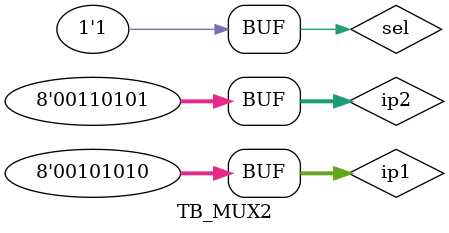
<source format=v>
`timescale 1ns / 1ps


module TB_MUX2;

	// Inputs
	reg [7:0] ip1;
	reg [7:0] ip2;
	reg sel;

	// Outputs
	wire [7:0] op;

	// Instantiate the Unit Under Test (UUT)
	MUX2 uut (
		.ip1(ip1), 
		.ip2(ip2), 
		.sel(sel), 
		.op(op)
	);

	initial begin
		// Initialize Inputs
		ip1 = 0;
		ip2 = 0;
		sel = 0;

		// Wait 100 ns for global reset to finish
		#100;
        		ip1 = 21;
		ip2 = 31;
		sel = 0;
			#100;
				ip1 = 42;
		ip2 = 53;
		sel = 1;
		#100;
		// Add stimulus here

	end
      
endmodule


</source>
